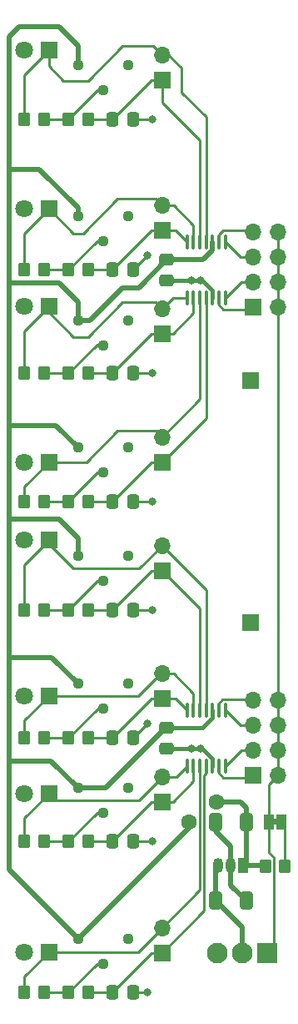
<source format=gtl>
%TF.GenerationSoftware,KiCad,Pcbnew,(6.0.0-rc1-415-g653c7b78d7)*%
%TF.CreationDate,2021-12-14T13:19:45-08:00*%
%TF.ProjectId,Detector,44657465-6374-46f7-922e-6b696361645f,rev?*%
%TF.SameCoordinates,Original*%
%TF.FileFunction,Copper,L1,Top*%
%TF.FilePolarity,Positive*%
%FSLAX46Y46*%
G04 Gerber Fmt 4.6, Leading zero omitted, Abs format (unit mm)*
G04 Created by KiCad (PCBNEW (6.0.0-rc1-415-g653c7b78d7)) date 2021-12-14 13:19:45*
%MOMM*%
%LPD*%
G01*
G04 APERTURE LIST*
G04 Aperture macros list*
%AMRoundRect*
0 Rectangle with rounded corners*
0 $1 Rounding radius*
0 $2 $3 $4 $5 $6 $7 $8 $9 X,Y pos of 4 corners*
0 Add a 4 corners polygon primitive as box body*
4,1,4,$2,$3,$4,$5,$6,$7,$8,$9,$2,$3,0*
0 Add four circle primitives for the rounded corners*
1,1,$1+$1,$2,$3*
1,1,$1+$1,$4,$5*
1,1,$1+$1,$6,$7*
1,1,$1+$1,$8,$9*
0 Add four rect primitives between the rounded corners*
20,1,$1+$1,$2,$3,$4,$5,0*
20,1,$1+$1,$4,$5,$6,$7,0*
20,1,$1+$1,$6,$7,$8,$9,0*
20,1,$1+$1,$8,$9,$2,$3,0*%
G04 Aperture macros list end*
%TA.AperFunction,SMDPad,CuDef*%
%ADD10RoundRect,0.250000X-0.337500X-0.475000X0.337500X-0.475000X0.337500X0.475000X-0.337500X0.475000X0*%
%TD*%
%TA.AperFunction,ComponentPad*%
%ADD11R,1.800000X1.800000*%
%TD*%
%TA.AperFunction,ComponentPad*%
%ADD12C,1.800000*%
%TD*%
%TA.AperFunction,SMDPad,CuDef*%
%ADD13RoundRect,0.250000X0.350000X0.450000X-0.350000X0.450000X-0.350000X-0.450000X0.350000X-0.450000X0*%
%TD*%
%TA.AperFunction,SMDPad,CuDef*%
%ADD14RoundRect,0.250000X-0.350000X-0.450000X0.350000X-0.450000X0.350000X0.450000X-0.350000X0.450000X0*%
%TD*%
%TA.AperFunction,SMDPad,CuDef*%
%ADD15RoundRect,0.250000X-0.475000X0.337500X-0.475000X-0.337500X0.475000X-0.337500X0.475000X0.337500X0*%
%TD*%
%TA.AperFunction,SMDPad,CuDef*%
%ADD16RoundRect,0.100000X-0.100000X0.637500X-0.100000X-0.637500X0.100000X-0.637500X0.100000X0.637500X0*%
%TD*%
%TA.AperFunction,SMDPad,CuDef*%
%ADD17RoundRect,0.250000X-0.412500X-0.650000X0.412500X-0.650000X0.412500X0.650000X-0.412500X0.650000X0*%
%TD*%
%TA.AperFunction,SMDPad,CuDef*%
%ADD18R,1.000000X1.500000*%
%TD*%
%TA.AperFunction,SMDPad,CuDef*%
%ADD19RoundRect,0.250000X0.412500X0.650000X-0.412500X0.650000X-0.412500X-0.650000X0.412500X-0.650000X0*%
%TD*%
%TA.AperFunction,ComponentPad*%
%ADD20R,2.100000X2.100000*%
%TD*%
%TA.AperFunction,ComponentPad*%
%ADD21C,2.100000*%
%TD*%
%TA.AperFunction,ComponentPad*%
%ADD22R,1.700000X1.700000*%
%TD*%
%TA.AperFunction,ComponentPad*%
%ADD23O,1.700000X1.700000*%
%TD*%
%TA.AperFunction,ComponentPad*%
%ADD24C,1.120000*%
%TD*%
%TA.AperFunction,ComponentPad*%
%ADD25R,1.050000X1.500000*%
%TD*%
%TA.AperFunction,ComponentPad*%
%ADD26O,1.050000X1.500000*%
%TD*%
%TA.AperFunction,ViaPad*%
%ADD27C,0.800000*%
%TD*%
%TA.AperFunction,ViaPad*%
%ADD28C,1.600000*%
%TD*%
%TA.AperFunction,Conductor*%
%ADD29C,0.500000*%
%TD*%
%TA.AperFunction,Conductor*%
%ADD30C,0.250000*%
%TD*%
%TA.AperFunction,Conductor*%
%ADD31C,0.400000*%
%TD*%
G04 APERTURE END LIST*
%TO.C,JP1*%
G36*
X138475000Y-129860000D02*
G01*
X137975000Y-129860000D01*
X137975000Y-129260000D01*
X138475000Y-129260000D01*
X138475000Y-129860000D01*
G37*
%TD*%
D10*
%TO.P,C6,1*%
%TO.N,Net-(C6-Pad1)*%
X121687500Y-121060000D03*
%TO.P,C6,2*%
%TO.N,GND*%
X123762500Y-121060000D03*
%TD*%
D11*
%TO.P,Q8,1,C*%
%TO.N,Net-(Q8-Pad1)*%
X115225000Y-142760000D03*
D12*
%TO.P,Q8,2,E*%
%TO.N,GND*%
X112685000Y-142760000D03*
%TD*%
D11*
%TO.P,Q6,1,C*%
%TO.N,Net-(Q6-Pad1)*%
X115225000Y-116760000D03*
D12*
%TO.P,Q6,2,E*%
%TO.N,GND*%
X112685000Y-116760000D03*
%TD*%
D13*
%TO.P,R11,1*%
%TO.N,Net-(R11-Pad1)*%
X114725000Y-121060000D03*
%TO.P,R11,2*%
%TO.N,Net-(Q6-Pad1)*%
X112725000Y-121060000D03*
%TD*%
D14*
%TO.P,R8,1*%
%TO.N,Net-(R7-Pad1)*%
X117225000Y-97060000D03*
%TO.P,R8,2*%
%TO.N,Net-(C4-Pad1)*%
X119225000Y-97060000D03*
%TD*%
D11*
%TO.P,Q1,1,C*%
%TO.N,Net-(Q1-Pad1)*%
X115225000Y-51260000D03*
D12*
%TO.P,Q1,2,E*%
%TO.N,GND*%
X112685000Y-51260000D03*
%TD*%
D10*
%TO.P,C2,1*%
%TO.N,Net-(C2-Pad1)*%
X121687500Y-73560000D03*
%TO.P,C2,2*%
%TO.N,GND*%
X123762500Y-73560000D03*
%TD*%
D14*
%TO.P,R2,1*%
%TO.N,Net-(R1-Pad1)*%
X117225000Y-58260000D03*
%TO.P,R2,2*%
%TO.N,Net-(C1-Pad1)*%
X119225000Y-58260000D03*
%TD*%
D13*
%TO.P,R13,1*%
%TO.N,Net-(R13-Pad1)*%
X114725000Y-131560000D03*
%TO.P,R13,2*%
%TO.N,Net-(Q7-Pad1)*%
X112725000Y-131560000D03*
%TD*%
D15*
%TO.P,C9,1*%
%TO.N,+3V3*%
X127225000Y-72522500D03*
%TO.P,C9,2*%
%TO.N,GND*%
X127225000Y-74597500D03*
%TD*%
D11*
%TO.P,Q4,1,C*%
%TO.N,Net-(Q4-Pad1)*%
X115225000Y-93060000D03*
D12*
%TO.P,Q4,2,E*%
%TO.N,GND*%
X112685000Y-93060000D03*
%TD*%
D13*
%TO.P,R9,1*%
%TO.N,Net-(R10-Pad1)*%
X114725000Y-108060000D03*
%TO.P,R9,2*%
%TO.N,Net-(Q5-Pad1)*%
X112725000Y-108060000D03*
%TD*%
D11*
%TO.P,Q3,1,C*%
%TO.N,Net-(Q3-Pad1)*%
X115225000Y-77260000D03*
D12*
%TO.P,Q3,2,E*%
%TO.N,GND*%
X112685000Y-77260000D03*
%TD*%
D13*
%TO.P,R5,1*%
%TO.N,Net-(R5-Pad1)*%
X114725000Y-84060000D03*
%TO.P,R5,2*%
%TO.N,Net-(Q3-Pad1)*%
X112725000Y-84060000D03*
%TD*%
%TO.P,R15,1*%
%TO.N,Net-(R15-Pad1)*%
X114725000Y-146860000D03*
%TO.P,R15,2*%
%TO.N,Net-(Q8-Pad1)*%
X112725000Y-146860000D03*
%TD*%
D10*
%TO.P,C1,1*%
%TO.N,Net-(C1-Pad1)*%
X121687500Y-58260000D03*
%TO.P,C1,2*%
%TO.N,GND*%
X123762500Y-58260000D03*
%TD*%
D16*
%TO.P,U1,1*%
%TO.N,Net-(J1-Pad5)*%
X133175000Y-70697500D03*
%TO.P,U1,2*%
%TO.N,Net-(J1-Pad7)*%
X132525000Y-70697500D03*
%TO.P,U1,3,V+*%
%TO.N,+3V3*%
X131875000Y-70697500D03*
%TO.P,U1,4,-*%
%TO.N,Net-(Q1-Pad1)*%
X131225000Y-70697500D03*
%TO.P,U1,5,+*%
%TO.N,Net-(C1-Pad1)*%
X130575000Y-70697500D03*
%TO.P,U1,6,-*%
%TO.N,Net-(Q2-Pad1)*%
X129925000Y-70697500D03*
%TO.P,U1,7,+*%
%TO.N,Net-(C2-Pad1)*%
X129275000Y-70697500D03*
%TO.P,U1,8,-*%
%TO.N,Net-(Q3-Pad1)*%
X129275000Y-76422500D03*
%TO.P,U1,9,+*%
%TO.N,Net-(C3-Pad1)*%
X129925000Y-76422500D03*
%TO.P,U1,10,-*%
%TO.N,Net-(Q4-Pad1)*%
X130575000Y-76422500D03*
%TO.P,U1,11,+*%
%TO.N,Net-(C4-Pad1)*%
X131225000Y-76422500D03*
%TO.P,U1,12,V-*%
%TO.N,GND*%
X131875000Y-76422500D03*
%TO.P,U1,13*%
%TO.N,Net-(J1-Pad1)*%
X132525000Y-76422500D03*
%TO.P,U1,14*%
%TO.N,Net-(J1-Pad3)*%
X133175000Y-76422500D03*
%TD*%
D10*
%TO.P,C7,1*%
%TO.N,Net-(C7-Pad1)*%
X121687500Y-131560000D03*
%TO.P,C7,2*%
%TO.N,GND*%
X123762500Y-131560000D03*
%TD*%
D17*
%TO.P,C11,1*%
%TO.N,+5V*%
X132162500Y-137560000D03*
%TO.P,C11,2*%
%TO.N,GND*%
X135287500Y-137560000D03*
%TD*%
D14*
%TO.P,R17,1*%
%TO.N,+3V3*%
X137225000Y-134060000D03*
%TO.P,R17,2*%
%TO.N,Net-(JP1-Pad2)*%
X139225000Y-134060000D03*
%TD*%
D15*
%TO.P,C10,1*%
%TO.N,+3V3*%
X127225000Y-120022500D03*
%TO.P,C10,2*%
%TO.N,GND*%
X127225000Y-122097500D03*
%TD*%
D11*
%TO.P,Q7,1,C*%
%TO.N,Net-(Q7-Pad1)*%
X115225000Y-126660000D03*
D12*
%TO.P,Q7,2,E*%
%TO.N,GND*%
X112685000Y-126660000D03*
%TD*%
D14*
%TO.P,R6,1*%
%TO.N,Net-(R5-Pad1)*%
X117225000Y-84060000D03*
%TO.P,R6,2*%
%TO.N,Net-(C3-Pad1)*%
X119225000Y-84060000D03*
%TD*%
D13*
%TO.P,R1,1*%
%TO.N,Net-(R1-Pad1)*%
X114725000Y-58260000D03*
%TO.P,R1,2*%
%TO.N,Net-(Q1-Pad1)*%
X112725000Y-58260000D03*
%TD*%
D14*
%TO.P,R14,1*%
%TO.N,Net-(R13-Pad1)*%
X117225000Y-131560000D03*
%TO.P,R14,2*%
%TO.N,Net-(C7-Pad1)*%
X119225000Y-131560000D03*
%TD*%
D16*
%TO.P,U2,1*%
%TO.N,Net-(J2-Pad5)*%
X133175000Y-118197500D03*
%TO.P,U2,2*%
%TO.N,Net-(J2-Pad7)*%
X132525000Y-118197500D03*
%TO.P,U2,3,V+*%
%TO.N,+3V3*%
X131875000Y-118197500D03*
%TO.P,U2,4,-*%
%TO.N,Net-(Q5-Pad1)*%
X131225000Y-118197500D03*
%TO.P,U2,5,+*%
%TO.N,Net-(C5-Pad1)*%
X130575000Y-118197500D03*
%TO.P,U2,6,-*%
%TO.N,Net-(Q6-Pad1)*%
X129925000Y-118197500D03*
%TO.P,U2,7,+*%
%TO.N,Net-(C6-Pad1)*%
X129275000Y-118197500D03*
%TO.P,U2,8,-*%
%TO.N,Net-(Q7-Pad1)*%
X129275000Y-123922500D03*
%TO.P,U2,9,+*%
%TO.N,Net-(C7-Pad1)*%
X129925000Y-123922500D03*
%TO.P,U2,10,-*%
%TO.N,Net-(Q8-Pad1)*%
X130575000Y-123922500D03*
%TO.P,U2,11,+*%
%TO.N,Net-(C8-Pad1)*%
X131225000Y-123922500D03*
%TO.P,U2,12,V-*%
%TO.N,GND*%
X131875000Y-123922500D03*
%TO.P,U2,13*%
%TO.N,Net-(J2-Pad1)*%
X132525000Y-123922500D03*
%TO.P,U2,14*%
%TO.N,Net-(J2-Pad3)*%
X133175000Y-123922500D03*
%TD*%
D14*
%TO.P,R10,1*%
%TO.N,Net-(R10-Pad1)*%
X117225000Y-108060000D03*
%TO.P,R10,2*%
%TO.N,Net-(C5-Pad1)*%
X119225000Y-108060000D03*
%TD*%
%TO.P,R4,1*%
%TO.N,Net-(R3-Pad1)*%
X117225000Y-73560000D03*
%TO.P,R4,2*%
%TO.N,Net-(C2-Pad1)*%
X119225000Y-73560000D03*
%TD*%
D10*
%TO.P,C8,1*%
%TO.N,Net-(C8-Pad1)*%
X121687500Y-146860000D03*
%TO.P,C8,2*%
%TO.N,GND*%
X123762500Y-146860000D03*
%TD*%
D14*
%TO.P,R16,1*%
%TO.N,Net-(R15-Pad1)*%
X117225000Y-146860000D03*
%TO.P,R16,2*%
%TO.N,Net-(C8-Pad1)*%
X119225000Y-146860000D03*
%TD*%
D13*
%TO.P,R7,1*%
%TO.N,Net-(R7-Pad1)*%
X114725000Y-97060000D03*
%TO.P,R7,2*%
%TO.N,Net-(Q4-Pad1)*%
X112725000Y-97060000D03*
%TD*%
D11*
%TO.P,Q5,1,C*%
%TO.N,Net-(Q5-Pad1)*%
X115225000Y-100960000D03*
D12*
%TO.P,Q5,2,E*%
%TO.N,GND*%
X112685000Y-100960000D03*
%TD*%
D14*
%TO.P,R12,1*%
%TO.N,Net-(R11-Pad1)*%
X117225000Y-121060000D03*
%TO.P,R12,2*%
%TO.N,Net-(C6-Pad1)*%
X119225000Y-121060000D03*
%TD*%
D10*
%TO.P,C5,1*%
%TO.N,Net-(C5-Pad1)*%
X121687500Y-108060000D03*
%TO.P,C5,2*%
%TO.N,GND*%
X123762500Y-108060000D03*
%TD*%
%TO.P,C3,1*%
%TO.N,Net-(C3-Pad1)*%
X121687500Y-84060000D03*
%TO.P,C3,2*%
%TO.N,GND*%
X123762500Y-84060000D03*
%TD*%
D13*
%TO.P,R3,1*%
%TO.N,Net-(R3-Pad1)*%
X114725000Y-73560000D03*
%TO.P,R3,2*%
%TO.N,Net-(Q2-Pad1)*%
X112725000Y-73560000D03*
%TD*%
D18*
%TO.P,JP1,1,A*%
%TO.N,/Group-A/Group-A-Output*%
X137575000Y-129560000D03*
%TO.P,JP1,2,B*%
%TO.N,Net-(JP1-Pad2)*%
X138875000Y-129560000D03*
%TD*%
D19*
%TO.P,C12,1*%
%TO.N,+3V3*%
X135287500Y-129560000D03*
%TO.P,C12,2*%
%TO.N,GND*%
X132162500Y-129560000D03*
%TD*%
D10*
%TO.P,C4,1*%
%TO.N,Net-(C4-Pad1)*%
X121687500Y-97060000D03*
%TO.P,C4,2*%
%TO.N,GND*%
X123762500Y-97060000D03*
%TD*%
D11*
%TO.P,Q2,1,C*%
%TO.N,Net-(Q2-Pad1)*%
X115225000Y-67360000D03*
D12*
%TO.P,Q2,2,E*%
%TO.N,GND*%
X112685000Y-67360000D03*
%TD*%
D20*
%TO.P,J3,1,Pin_1*%
%TO.N,/Group-A/Group-A-Output*%
X137405000Y-142860000D03*
D21*
%TO.P,J3,2,Pin_2*%
%TO.N,+5V*%
X134865000Y-142860000D03*
%TO.P,J3,3,Pin_3*%
%TO.N,GND*%
X132325000Y-142860000D03*
%TD*%
D22*
%TO.P,J1,1,Pin_1*%
%TO.N,Net-(J1-Pad1)*%
X135950000Y-77360000D03*
D23*
%TO.P,J1,2,Pin_2*%
%TO.N,/Group-A/Group-A-Output*%
X138490000Y-77360000D03*
%TO.P,J1,3,Pin_3*%
%TO.N,Net-(J1-Pad3)*%
X135950000Y-74820000D03*
%TO.P,J1,4,Pin_4*%
%TO.N,/Group-A/Group-A-Output*%
X138490000Y-74820000D03*
%TO.P,J1,5,Pin_5*%
%TO.N,Net-(J1-Pad5)*%
X135950000Y-72280000D03*
%TO.P,J1,6,Pin_6*%
%TO.N,/Group-A/Group-A-Output*%
X138490000Y-72280000D03*
%TO.P,J1,7,Pin_7*%
%TO.N,Net-(J1-Pad7)*%
X135950000Y-69740000D03*
%TO.P,J1,8,Pin_8*%
%TO.N,/Group-A/Group-A-Output*%
X138490000Y-69740000D03*
%TD*%
D22*
%TO.P,TP5,1,1*%
%TO.N,Net-(C5-Pad1)*%
X126725000Y-104060000D03*
D23*
%TO.P,TP5,2,2*%
%TO.N,Net-(Q5-Pad1)*%
X126725000Y-101520000D03*
%TD*%
D22*
%TO.P,TP2,1,1*%
%TO.N,Net-(C2-Pad1)*%
X126725000Y-69560000D03*
D23*
%TO.P,TP2,2,2*%
%TO.N,Net-(Q2-Pad1)*%
X126725000Y-67020000D03*
%TD*%
D22*
%TO.P,TP3,1,1*%
%TO.N,Net-(C3-Pad1)*%
X126725000Y-80060000D03*
D23*
%TO.P,TP3,2,2*%
%TO.N,Net-(Q3-Pad1)*%
X126725000Y-77520000D03*
%TD*%
D22*
%TO.P,TP4,1,1*%
%TO.N,Net-(C4-Pad1)*%
X126725000Y-93060000D03*
D23*
%TO.P,TP4,2,2*%
%TO.N,Net-(Q4-Pad1)*%
X126725000Y-90520000D03*
%TD*%
D24*
%TO.P,RV1,1*%
%TO.N,+3V3*%
X118185000Y-52790000D03*
%TO.P,RV1,2*%
%TO.N,Net-(R1-Pad1)*%
X120725000Y-55330000D03*
%TO.P,RV1,3*%
%TO.N,N/C*%
X123265000Y-52790000D03*
%TD*%
D25*
%TO.P,U3,1,VO*%
%TO.N,+3V3*%
X134995000Y-133932500D03*
D26*
%TO.P,U3,2,GND*%
%TO.N,GND*%
X133725000Y-133932500D03*
%TO.P,U3,3,VI*%
%TO.N,+5V*%
X132455000Y-133932500D03*
%TD*%
D24*
%TO.P,RV7,1*%
%TO.N,+3V3*%
X118185000Y-126090000D03*
%TO.P,RV7,2*%
%TO.N,Net-(R13-Pad1)*%
X120725000Y-128630000D03*
%TO.P,RV7,3*%
%TO.N,N/C*%
X123265000Y-126090000D03*
%TD*%
D22*
%TO.P,TP9,1,1*%
%TO.N,GND*%
X135725000Y-109360000D03*
%TD*%
D24*
%TO.P,RV5,1*%
%TO.N,+3V3*%
X118185000Y-102590000D03*
%TO.P,RV5,2*%
%TO.N,Net-(R10-Pad1)*%
X120725000Y-105130000D03*
%TO.P,RV5,3*%
%TO.N,N/C*%
X123265000Y-102590000D03*
%TD*%
D22*
%TO.P,TP8,1,1*%
%TO.N,Net-(C8-Pad1)*%
X126725000Y-142860000D03*
D23*
%TO.P,TP8,2,2*%
%TO.N,Net-(Q8-Pad1)*%
X126725000Y-140320000D03*
%TD*%
D24*
%TO.P,RV3,1*%
%TO.N,+3V3*%
X118185000Y-78670000D03*
%TO.P,RV3,2*%
%TO.N,Net-(R5-Pad1)*%
X120725000Y-81210000D03*
%TO.P,RV3,3*%
%TO.N,N/C*%
X123265000Y-78670000D03*
%TD*%
%TO.P,RV8,1*%
%TO.N,+3V3*%
X118185000Y-141390000D03*
%TO.P,RV8,2*%
%TO.N,Net-(R15-Pad1)*%
X120725000Y-143930000D03*
%TO.P,RV8,3*%
%TO.N,N/C*%
X123265000Y-141390000D03*
%TD*%
D22*
%TO.P,TP6,1,1*%
%TO.N,Net-(C6-Pad1)*%
X126725000Y-117060000D03*
D23*
%TO.P,TP6,2,2*%
%TO.N,Net-(Q6-Pad1)*%
X126725000Y-114520000D03*
%TD*%
D24*
%TO.P,RV2,1*%
%TO.N,+3V3*%
X118185000Y-68090000D03*
%TO.P,RV2,2*%
%TO.N,Net-(R3-Pad1)*%
X120725000Y-70630000D03*
%TO.P,RV2,3*%
%TO.N,N/C*%
X123265000Y-68090000D03*
%TD*%
D22*
%TO.P,TP10,1,1*%
%TO.N,GND*%
X135725000Y-84760000D03*
%TD*%
D24*
%TO.P,RV6,1*%
%TO.N,+3V3*%
X118185000Y-115540000D03*
%TO.P,RV6,2*%
%TO.N,Net-(R11-Pad1)*%
X120725000Y-118080000D03*
%TO.P,RV6,3*%
%TO.N,N/C*%
X123265000Y-115540000D03*
%TD*%
D22*
%TO.P,TP7,1,1*%
%TO.N,Net-(C7-Pad1)*%
X126725000Y-127560000D03*
D23*
%TO.P,TP7,2,2*%
%TO.N,Net-(Q7-Pad1)*%
X126725000Y-125020000D03*
%TD*%
D24*
%TO.P,RV4,1*%
%TO.N,+3V3*%
X118185000Y-91590000D03*
%TO.P,RV4,2*%
%TO.N,Net-(R7-Pad1)*%
X120725000Y-94130000D03*
%TO.P,RV4,3*%
%TO.N,N/C*%
X123265000Y-91590000D03*
%TD*%
D22*
%TO.P,J2,1,Pin_1*%
%TO.N,Net-(J2-Pad1)*%
X135950000Y-124860000D03*
D23*
%TO.P,J2,2,Pin_2*%
%TO.N,/Group-A/Group-A-Output*%
X138490000Y-124860000D03*
%TO.P,J2,3,Pin_3*%
%TO.N,Net-(J2-Pad3)*%
X135950000Y-122320000D03*
%TO.P,J2,4,Pin_4*%
%TO.N,/Group-A/Group-A-Output*%
X138490000Y-122320000D03*
%TO.P,J2,5,Pin_5*%
%TO.N,Net-(J2-Pad5)*%
X135950000Y-119780000D03*
%TO.P,J2,6,Pin_6*%
%TO.N,/Group-A/Group-A-Output*%
X138490000Y-119780000D03*
%TO.P,J2,7,Pin_7*%
%TO.N,Net-(J2-Pad7)*%
X135950000Y-117240000D03*
%TO.P,J2,8,Pin_8*%
%TO.N,/Group-A/Group-A-Output*%
X138490000Y-117240000D03*
%TD*%
D22*
%TO.P,TP1,1,1*%
%TO.N,Net-(C1-Pad1)*%
X126725000Y-54260000D03*
D23*
%TO.P,TP1,2,2*%
%TO.N,Net-(Q1-Pad1)*%
X126725000Y-51720000D03*
%TD*%
D27*
%TO.N,GND*%
X129687500Y-74597500D03*
X125225000Y-72060000D03*
X125725000Y-58260000D03*
X130687500Y-74597500D03*
X129687500Y-122097500D03*
X130687500Y-122097500D03*
X125725000Y-108060000D03*
X125225000Y-119560000D03*
X125725000Y-84060000D03*
X125725000Y-97060000D03*
X125225000Y-146860000D03*
X125725000Y-131560000D03*
D28*
%TO.N,+3V3*%
X129450500Y-129560000D03*
X132225000Y-127560000D03*
%TD*%
D29*
%TO.N,+5V*%
X132162500Y-137560000D02*
X134875000Y-140272500D01*
X134875000Y-140272500D02*
X134875000Y-142860000D01*
X132162500Y-134225000D02*
X132455000Y-133932500D01*
X132162500Y-137560000D02*
X132162500Y-134225000D01*
D30*
%TO.N,GND*%
X125725000Y-108060000D02*
X123762500Y-108060000D01*
D29*
X133725000Y-135997500D02*
X133725000Y-133932500D01*
D30*
X123762500Y-73560000D02*
X123762500Y-73522500D01*
X123762500Y-58260000D02*
X125725000Y-58260000D01*
X125725000Y-131560000D02*
X123762500Y-131560000D01*
D29*
X135287500Y-137560000D02*
X133725000Y-135997500D01*
D31*
X129687500Y-74597500D02*
X130687500Y-74597500D01*
X130846698Y-122097500D02*
X131875000Y-123125802D01*
D29*
X132162500Y-130497500D02*
X133725000Y-132060000D01*
D30*
X125225000Y-146860000D02*
X123762500Y-146860000D01*
X125725000Y-84060000D02*
X123762500Y-84060000D01*
X123762500Y-73522500D02*
X125225000Y-72060000D01*
D31*
X130846698Y-74597500D02*
X131875000Y-75625802D01*
X127225000Y-122097500D02*
X129687500Y-122097500D01*
D29*
X133725000Y-132060000D02*
X133725000Y-133932500D01*
D31*
X130687500Y-74597500D02*
X130846698Y-74597500D01*
D30*
X125725000Y-97060000D02*
X123762500Y-97060000D01*
D31*
X131875000Y-123125802D02*
X131875000Y-123922500D01*
X127225000Y-74597500D02*
X129687500Y-74597500D01*
X130687500Y-122097500D02*
X130846698Y-122097500D01*
D29*
X132162500Y-129560000D02*
X132162500Y-130497500D01*
D30*
X123762500Y-121022500D02*
X125225000Y-119560000D01*
D31*
X131875000Y-75625802D02*
X131875000Y-76422500D01*
D30*
X123762500Y-121060000D02*
X123762500Y-121022500D01*
D31*
X129687500Y-122097500D02*
X130687500Y-122097500D01*
D30*
%TO.N,Net-(JP1-Pad2)*%
X139225000Y-129910000D02*
X138875000Y-129560000D01*
X139225000Y-134060000D02*
X139225000Y-129910000D01*
%TO.N,Net-(R1-Pad1)*%
X120155000Y-55330000D02*
X120725000Y-55330000D01*
X117225000Y-58260000D02*
X114725000Y-58260000D01*
X117225000Y-58260000D02*
X120155000Y-55330000D01*
%TO.N,Net-(R3-Pad1)*%
X120155000Y-70630000D02*
X120725000Y-70630000D01*
X117225000Y-73560000D02*
X120155000Y-70630000D01*
X117225000Y-73560000D02*
X114725000Y-73560000D01*
%TO.N,Net-(R5-Pad1)*%
X117225000Y-84060000D02*
X120155000Y-81130000D01*
X117225000Y-84060000D02*
X114725000Y-84060000D01*
X120155000Y-81130000D02*
X120725000Y-81130000D01*
%TO.N,Net-(R11-Pad1)*%
X117225000Y-121060000D02*
X114725000Y-121060000D01*
X117225000Y-121060000D02*
X120205000Y-118080000D01*
X120205000Y-118080000D02*
X120725000Y-118080000D01*
%TO.N,Net-(R15-Pad1)*%
X117225000Y-146860000D02*
X114725000Y-146860000D01*
X120155000Y-143930000D02*
X120725000Y-143930000D01*
X117225000Y-146860000D02*
X120155000Y-143930000D01*
%TO.N,Net-(C1-Pad1)*%
X121687500Y-58260000D02*
X125687500Y-54260000D01*
X126725000Y-56560000D02*
X130575000Y-60410000D01*
X125687500Y-54260000D02*
X126725000Y-54260000D01*
X126725000Y-56560000D02*
X126725000Y-54260000D01*
X130575000Y-60410000D02*
X130575000Y-70697500D01*
X119225000Y-58260000D02*
X121687500Y-58260000D01*
%TO.N,Net-(C2-Pad1)*%
X125687500Y-69560000D02*
X126725000Y-69560000D01*
X121687500Y-73560000D02*
X125687500Y-69560000D01*
X119225000Y-73560000D02*
X121687500Y-73560000D01*
X128137500Y-69560000D02*
X129275000Y-70697500D01*
X126725000Y-69560000D02*
X128137500Y-69560000D01*
%TO.N,Net-(C5-Pad1)*%
X126725000Y-104060000D02*
X130575000Y-107910000D01*
X121687500Y-108060000D02*
X125687500Y-104060000D01*
X119225000Y-108060000D02*
X121687500Y-108060000D01*
X130575000Y-107910000D02*
X130575000Y-118197500D01*
X125687500Y-104060000D02*
X126725000Y-104060000D01*
%TO.N,Net-(C6-Pad1)*%
X126725000Y-117060000D02*
X128137500Y-117060000D01*
X119225000Y-121060000D02*
X121687500Y-121060000D01*
X128137500Y-117060000D02*
X129275000Y-118197500D01*
X125687500Y-117060000D02*
X126725000Y-117060000D01*
X121687500Y-121060000D02*
X125687500Y-117060000D01*
%TO.N,Net-(C7-Pad1)*%
X125687500Y-127560000D02*
X126725000Y-127560000D01*
X126725000Y-127560000D02*
X127825000Y-127560000D01*
X121687500Y-131560000D02*
X125687500Y-127560000D01*
X129925000Y-125460000D02*
X129925000Y-123922500D01*
X119225000Y-131560000D02*
X121687500Y-131560000D01*
X127825000Y-127560000D02*
X129925000Y-125460000D01*
%TO.N,Net-(C8-Pad1)*%
X119225000Y-146860000D02*
X121687500Y-146860000D01*
X131024520Y-124813612D02*
X131024520Y-138560480D01*
X131024520Y-138560480D02*
X126725000Y-142860000D01*
X131225000Y-123922500D02*
X131225000Y-124613132D01*
X121687500Y-146860000D02*
X125687500Y-142860000D01*
X125687500Y-142860000D02*
X126725000Y-142860000D01*
X131225000Y-124613132D02*
X131024520Y-124813612D01*
D29*
%TO.N,+3V3*%
X135287500Y-133640000D02*
X134995000Y-133932500D01*
X124387500Y-75360000D02*
X127225000Y-72522500D01*
X111225000Y-123360000D02*
X111225000Y-112860000D01*
X119415000Y-78670000D02*
X122725000Y-75360000D01*
X111225000Y-63360000D02*
X114246959Y-63360000D01*
X120995000Y-126090000D02*
X127062500Y-120022500D01*
D31*
X130846698Y-120022500D02*
X131875000Y-118994198D01*
D29*
X135287500Y-129560000D02*
X135287500Y-128122500D01*
X118185000Y-67298041D02*
X118185000Y-68090000D01*
X111225000Y-63360000D02*
X111225000Y-49860000D01*
X130917410Y-72522500D02*
X131875000Y-71564910D01*
X115505000Y-112860000D02*
X111225000Y-112860000D01*
D31*
X127225000Y-120022500D02*
X130846698Y-120022500D01*
D29*
X129450500Y-129560000D02*
X129450500Y-130124500D01*
D31*
X131875000Y-118994198D02*
X131875000Y-118197500D01*
D29*
X111225000Y-112860000D02*
X111225000Y-98860000D01*
X134725000Y-127560000D02*
X132225000Y-127560000D01*
X111225000Y-134430000D02*
X111225000Y-134360000D01*
X118185000Y-115540000D02*
X115505000Y-112860000D01*
X111225000Y-49860000D02*
X112225000Y-48860000D01*
X137097500Y-133932500D02*
X137225000Y-134060000D01*
X118185000Y-141390000D02*
X111225000Y-134430000D01*
X116225000Y-74860000D02*
X118185000Y-76820000D01*
X115455000Y-123360000D02*
X118185000Y-126090000D01*
X111225000Y-74860000D02*
X116225000Y-74860000D01*
X118185000Y-76820000D02*
X118185000Y-78670000D01*
X122725000Y-75360000D02*
X124387500Y-75360000D01*
X131875000Y-71564910D02*
X131875000Y-70697500D01*
X111225000Y-89360000D02*
X115955000Y-89360000D01*
X111225000Y-134360000D02*
X111225000Y-123360000D01*
X118185000Y-50820000D02*
X118185000Y-52790000D01*
X111225000Y-98860000D02*
X111225000Y-89360000D01*
X116225000Y-98860000D02*
X118185000Y-100820000D01*
X115955000Y-89360000D02*
X118185000Y-91590000D01*
X118185000Y-100820000D02*
X118185000Y-102590000D01*
X118185000Y-78670000D02*
X119415000Y-78670000D01*
X135287500Y-128122500D02*
X134725000Y-127560000D01*
X129450500Y-130124500D02*
X118185000Y-141390000D01*
X127225000Y-72522500D02*
X130917410Y-72522500D01*
X114246959Y-63360000D02*
X118185000Y-67298041D01*
X111225000Y-74860000D02*
X111225000Y-63360000D01*
X118185000Y-126090000D02*
X120995000Y-126090000D01*
X116225000Y-48860000D02*
X118185000Y-50820000D01*
X111225000Y-89360000D02*
X111225000Y-74860000D01*
X111225000Y-123360000D02*
X115455000Y-123360000D01*
X111225000Y-98860000D02*
X116225000Y-98860000D01*
X112225000Y-48860000D02*
X116225000Y-48860000D01*
X135287500Y-129560000D02*
X135287500Y-133640000D01*
X134995000Y-133932500D02*
X137097500Y-133932500D01*
X127062500Y-120022500D02*
X127225000Y-120022500D01*
D30*
%TO.N,/Group-A/Group-A-Output*%
X137575000Y-132639620D02*
X138149520Y-133214140D01*
X138490000Y-122320000D02*
X138490000Y-124860000D01*
X138149520Y-142125480D02*
X137415000Y-142860000D01*
X138490000Y-74820000D02*
X138490000Y-77360000D01*
X137575000Y-125775000D02*
X137575000Y-129560000D01*
X138149520Y-133214140D02*
X138149520Y-142125480D01*
X138490000Y-117240000D02*
X138490000Y-119780000D01*
X138490000Y-124860000D02*
X137575000Y-125775000D01*
X137575000Y-129560000D02*
X137575000Y-132639620D01*
X138490000Y-72280000D02*
X138490000Y-74820000D01*
X138490000Y-119780000D02*
X138490000Y-122320000D01*
X138490000Y-77360000D02*
X138490000Y-117240000D01*
X138490000Y-69740000D02*
X138490000Y-72280000D01*
%TO.N,Net-(J2-Pad3)*%
X134777500Y-122320000D02*
X135950000Y-122320000D01*
X133175000Y-123922500D02*
X134777500Y-122320000D01*
%TO.N,Net-(J2-Pad5)*%
X133175000Y-118197500D02*
X134757500Y-119780000D01*
X134757500Y-119780000D02*
X135950000Y-119780000D01*
%TO.N,Net-(J2-Pad1)*%
X132971868Y-125060000D02*
X135750000Y-125060000D01*
X132525000Y-123922500D02*
X132525000Y-124613132D01*
X135750000Y-125060000D02*
X135950000Y-124860000D01*
X132525000Y-124613132D02*
X132971868Y-125060000D01*
%TO.N,Net-(J2-Pad7)*%
X132525000Y-118197500D02*
X132525000Y-117506868D01*
X135845480Y-117135480D02*
X135950000Y-117240000D01*
X132896388Y-117135480D02*
X135845480Y-117135480D01*
X132525000Y-117506868D02*
X132896388Y-117135480D01*
%TO.N,Net-(Q1-Pad1)*%
X112725000Y-58260000D02*
X112725000Y-53760000D01*
X128725000Y-53060000D02*
X127385000Y-51720000D01*
X115225000Y-51260000D02*
X115225000Y-52860000D01*
X131225000Y-70697500D02*
X131225000Y-58060000D01*
X116725000Y-54360000D02*
X119225000Y-54360000D01*
X115225000Y-52860000D02*
X116725000Y-54360000D01*
X119225000Y-54360000D02*
X122725000Y-50860000D01*
X127385000Y-51720000D02*
X126725000Y-51720000D01*
X125865000Y-50860000D02*
X126725000Y-51720000D01*
X131225000Y-58060000D02*
X128725000Y-55560000D01*
X112725000Y-53760000D02*
X115225000Y-51260000D01*
X122725000Y-50860000D02*
X125865000Y-50860000D01*
X128725000Y-55560000D02*
X128725000Y-53060000D01*
%TO.N,Net-(Q2-Pad1)*%
X115225000Y-67360000D02*
X117725000Y-69860000D01*
X118725000Y-69860000D02*
X122225000Y-66360000D01*
X117725000Y-69860000D02*
X118725000Y-69860000D01*
X122225000Y-66360000D02*
X126065000Y-66360000D01*
X127927081Y-67020000D02*
X129925000Y-69017919D01*
X112725000Y-73560000D02*
X112725000Y-69860000D01*
X112725000Y-69860000D02*
X115225000Y-67360000D01*
X126065000Y-66360000D02*
X126725000Y-67020000D01*
X126725000Y-67020000D02*
X127927081Y-67020000D01*
X129925000Y-69017919D02*
X129925000Y-70697500D01*
%TO.N,Net-(Q5-Pad1)*%
X117725000Y-103860000D02*
X124385000Y-103860000D01*
X112725000Y-103460000D02*
X115225000Y-100960000D01*
X115225000Y-101360000D02*
X117725000Y-103860000D01*
X131225000Y-106020000D02*
X131225000Y-118197500D01*
X112725000Y-108060000D02*
X112725000Y-103460000D01*
X126725000Y-101520000D02*
X131225000Y-106020000D01*
X124385000Y-103860000D02*
X126725000Y-101520000D01*
X115225000Y-100960000D02*
X115225000Y-101360000D01*
%TO.N,Net-(Q6-Pad1)*%
X112725000Y-121060000D02*
X112725000Y-119260000D01*
X124325000Y-116760000D02*
X126565000Y-114520000D01*
X112725000Y-119260000D02*
X115225000Y-116760000D01*
X127927081Y-114520000D02*
X129925000Y-116517919D01*
X126725000Y-114520000D02*
X127927081Y-114520000D01*
X129925000Y-116517919D02*
X129925000Y-118197500D01*
X126565000Y-114520000D02*
X126725000Y-114520000D01*
X115225000Y-116760000D02*
X124325000Y-116760000D01*
%TO.N,Net-(Q7-Pad1)*%
X112725000Y-131560000D02*
X112725000Y-129160000D01*
X115225000Y-126660000D02*
X115925000Y-127360000D01*
X124385000Y-127360000D02*
X126725000Y-125020000D01*
X112725000Y-129160000D02*
X115225000Y-126660000D01*
X126725000Y-125020000D02*
X128177500Y-125020000D01*
X115925000Y-127360000D02*
X124385000Y-127360000D01*
X128177500Y-125020000D02*
X129275000Y-123922500D01*
%TO.N,Net-(Q8-Pad1)*%
X124285000Y-142760000D02*
X126725000Y-140320000D01*
X112725000Y-145260000D02*
X115225000Y-142760000D01*
X115225000Y-142760000D02*
X124285000Y-142760000D01*
X112725000Y-146860000D02*
X112725000Y-145260000D01*
X130575000Y-123922500D02*
X130575000Y-136470000D01*
X130575000Y-136470000D02*
X126725000Y-140320000D01*
%TO.N,Net-(R7-Pad1)*%
X117225000Y-97060000D02*
X120155000Y-94130000D01*
X120155000Y-94130000D02*
X120725000Y-94130000D01*
X117225000Y-97060000D02*
X114725000Y-97060000D01*
%TO.N,Net-(R10-Pad1)*%
X120155000Y-105130000D02*
X120725000Y-105130000D01*
X117225000Y-108060000D02*
X114725000Y-108060000D01*
X117225000Y-108060000D02*
X120155000Y-105130000D01*
%TO.N,Net-(R13-Pad1)*%
X117225000Y-131560000D02*
X120155000Y-128630000D01*
X120155000Y-128630000D02*
X120725000Y-128630000D01*
X117225000Y-131560000D02*
X114725000Y-131560000D01*
%TO.N,Net-(C3-Pad1)*%
X129925000Y-77960000D02*
X129925000Y-76422500D01*
X127825000Y-80060000D02*
X129925000Y-77960000D01*
X121687500Y-84060000D02*
X125687500Y-80060000D01*
X126725000Y-80060000D02*
X127825000Y-80060000D01*
X125687500Y-80060000D02*
X126725000Y-80060000D01*
X119225000Y-84060000D02*
X121687500Y-84060000D01*
%TO.N,Net-(C4-Pad1)*%
X131225000Y-76422500D02*
X131225000Y-88560000D01*
X131225000Y-88560000D02*
X126725000Y-93060000D01*
X121687500Y-97060000D02*
X125687500Y-93060000D01*
X119225000Y-97060000D02*
X121687500Y-97060000D01*
X125687500Y-93060000D02*
X126725000Y-93060000D01*
%TO.N,Net-(J1-Pad1)*%
X132971868Y-77560000D02*
X135750000Y-77560000D01*
X132525000Y-77113132D02*
X132971868Y-77560000D01*
X135750000Y-77560000D02*
X135950000Y-77360000D01*
X132525000Y-76422500D02*
X132525000Y-77113132D01*
%TO.N,Net-(J1-Pad3)*%
X134777500Y-74820000D02*
X135950000Y-74820000D01*
X133175000Y-76422500D02*
X134777500Y-74820000D01*
%TO.N,Net-(Q3-Pad1)*%
X126725000Y-77520000D02*
X127822500Y-76422500D01*
X112725000Y-79760000D02*
X115225000Y-77260000D01*
X115225000Y-77860000D02*
X117725000Y-80360000D01*
X119225000Y-80360000D02*
X122725000Y-76860000D01*
X122725000Y-76860000D02*
X126065000Y-76860000D01*
X127822500Y-76422500D02*
X129275000Y-76422500D01*
X115225000Y-77260000D02*
X115225000Y-77860000D01*
X126065000Y-76860000D02*
X126725000Y-77520000D01*
X112725000Y-84060000D02*
X112725000Y-79760000D01*
X117725000Y-80360000D02*
X119225000Y-80360000D01*
%TO.N,Net-(Q4-Pad1)*%
X115225000Y-93060000D02*
X119025000Y-93060000D01*
X122225000Y-89860000D02*
X126225000Y-89860000D01*
X126725000Y-90360000D02*
X126725000Y-90520000D01*
X130575000Y-86670000D02*
X126725000Y-90520000D01*
X112725000Y-97060000D02*
X112725000Y-95560000D01*
X126225000Y-89860000D02*
X126725000Y-90360000D01*
X112725000Y-95560000D02*
X115225000Y-93060000D01*
X119025000Y-93060000D02*
X122225000Y-89860000D01*
X130575000Y-76422500D02*
X130575000Y-86670000D01*
%TO.N,Net-(J1-Pad5)*%
X133175000Y-70697500D02*
X134757500Y-72280000D01*
X134757500Y-72280000D02*
X135950000Y-72280000D01*
%TO.N,Net-(J1-Pad7)*%
X132525000Y-70006868D02*
X132971868Y-69560000D01*
X132971868Y-69560000D02*
X135770000Y-69560000D01*
X135770000Y-69560000D02*
X135950000Y-69740000D01*
X132525000Y-70697500D02*
X132525000Y-70006868D01*
%TD*%
M02*

</source>
